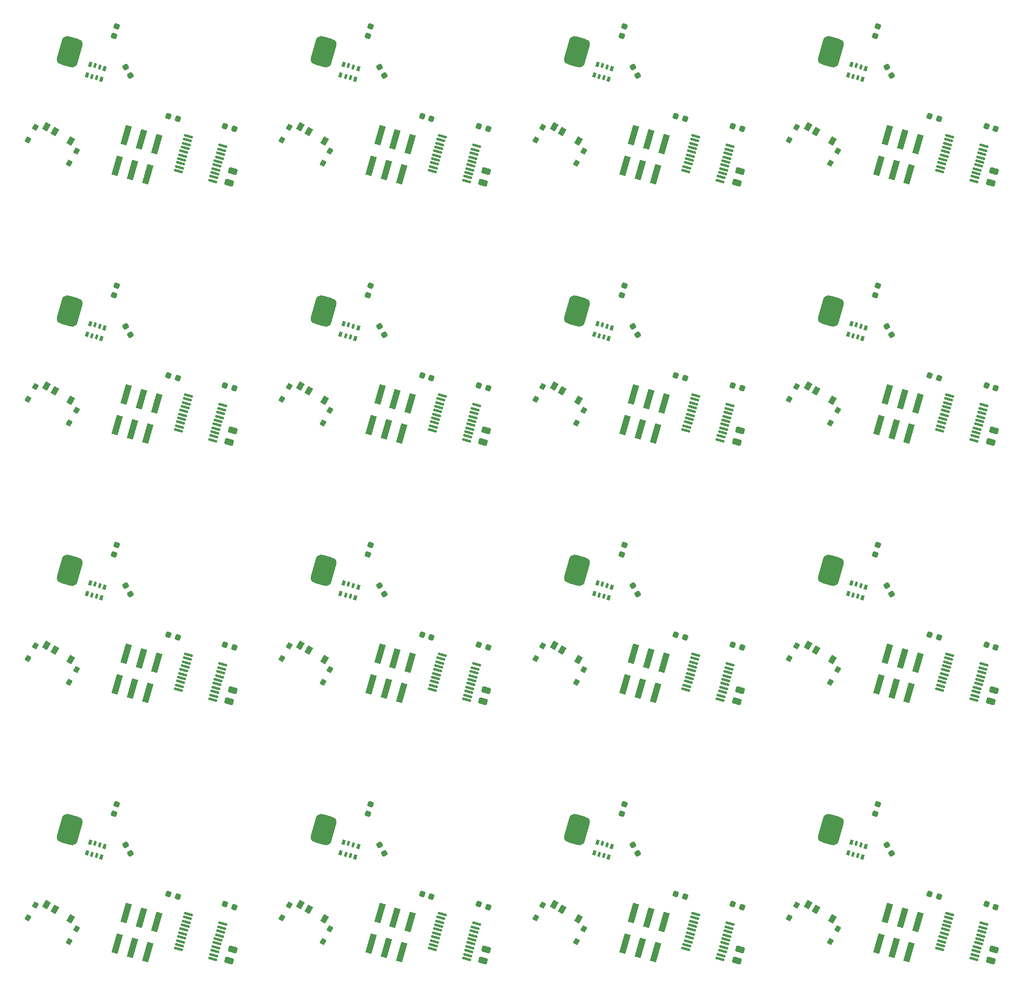
<source format=gbr>
%TF.GenerationSoftware,KiCad,Pcbnew,8.0.3*%
%TF.CreationDate,2024-07-16T13:25:19-05:00*%
%TF.ProjectId,DumpsterPanel,44756d70-7374-4657-9250-616e656c2e6b,rev?*%
%TF.SameCoordinates,Original*%
%TF.FileFunction,Paste,Bot*%
%TF.FilePolarity,Positive*%
%FSLAX46Y46*%
G04 Gerber Fmt 4.6, Leading zero omitted, Abs format (unit mm)*
G04 Created by KiCad (PCBNEW 8.0.3) date 2024-07-16 13:25:19*
%MOMM*%
%LPD*%
G01*
G04 APERTURE LIST*
G04 Aperture macros list*
%AMRoundRect*
0 Rectangle with rounded corners*
0 $1 Rounding radius*
0 $2 $3 $4 $5 $6 $7 $8 $9 X,Y pos of 4 corners*
0 Add a 4 corners polygon primitive as box body*
4,1,4,$2,$3,$4,$5,$6,$7,$8,$9,$2,$3,0*
0 Add four circle primitives for the rounded corners*
1,1,$1+$1,$2,$3*
1,1,$1+$1,$4,$5*
1,1,$1+$1,$6,$7*
1,1,$1+$1,$8,$9*
0 Add four rect primitives between the rounded corners*
20,1,$1+$1,$2,$3,$4,$5,0*
20,1,$1+$1,$4,$5,$6,$7,0*
20,1,$1+$1,$6,$7,$8,$9,0*
20,1,$1+$1,$8,$9,$2,$3,0*%
%AMRotRect*
0 Rectangle, with rotation*
0 The origin of the aperture is its center*
0 $1 length*
0 $2 width*
0 $3 Rotation angle, in degrees counterclockwise*
0 Add horizontal line*
21,1,$1,$2,0,0,$3*%
G04 Aperture macros list end*
%ADD10RotRect,0.800000X0.500000X254.000000*%
%ADD11RotRect,0.800000X0.400000X254.000000*%
%ADD12RoundRect,0.218750X-0.186028X0.280908X-0.306619X-0.139644X0.186028X-0.280908X0.306619X0.139644X0*%
%ADD13RoundRect,0.850000X0.403616X-1.676184X1.230528X1.207601X-0.403616X1.676184X-1.230528X-1.207601X0*%
%ADD14RotRect,0.900000X1.250000X330.000000*%
%ADD15RotRect,0.800000X0.900000X330.000000*%
%ADD16RoundRect,0.218750X-0.330173X0.067091X-0.118069X-0.315556X0.330173X-0.067091X0.118069X0.315556X0*%
%ADD17RoundRect,0.250000X-0.387690X0.371243X-0.525509X-0.109388X0.387690X-0.371243X0.525509X0.109388X0*%
%ADD18RoundRect,0.218750X-0.280908X-0.186028X0.139644X-0.306619X0.280908X0.186028X-0.139644X0.306619X0*%
%ADD19RoundRect,0.100000X0.640368X-0.079593X-0.585241X0.271845X-0.640368X0.079593X0.585241X-0.271845X0*%
%ADD20RotRect,3.150000X1.000000X254.000000*%
G04 APERTURE END LIST*
D10*
%TO.C,RN1*%
X200449608Y-170354528D03*
D11*
X201218617Y-170575038D03*
X201987626Y-170795547D03*
D10*
X202756636Y-171016057D03*
X202260488Y-172746328D03*
D11*
X201491479Y-172525818D03*
X200722470Y-172305309D03*
D10*
X199953460Y-172084799D03*
%TD*%
D12*
%TO.C,D1*%
X123335905Y-39559299D03*
X122901779Y-41073287D03*
%TD*%
D13*
%TO.C,J2*%
X115777214Y-126752786D03*
%TD*%
D14*
%TO.C,SW1*%
X193498249Y-180388525D03*
X194797287Y-181138525D03*
X197395363Y-182638525D03*
D15*
X190518409Y-182449758D03*
X191668409Y-180457900D03*
X197100203Y-186249758D03*
X198258863Y-184262899D03*
%TD*%
D16*
%TO.C,D4*%
X165442389Y-46066500D03*
X166205965Y-47444028D03*
%TD*%
D12*
%TO.C,D1*%
X204741049Y-81131858D03*
X204306923Y-82645846D03*
%TD*%
D14*
%TO.C,SW1*%
X112093105Y-138815966D03*
X113392143Y-139565966D03*
X115990219Y-141065966D03*
D15*
X109113265Y-140877199D03*
X110263265Y-138885341D03*
X115695059Y-144677199D03*
X116853719Y-142690340D03*
%TD*%
D17*
%TO.C,C2*%
X141898649Y-62801237D03*
X141374939Y-64627635D03*
%TD*%
D18*
%TO.C,D2*%
X181404469Y-97164659D03*
X182918457Y-97598785D03*
%TD*%
D10*
%TO.C,RN1*%
X200449608Y-45636851D03*
D11*
X201218617Y-45857361D03*
X201987626Y-46077870D03*
D10*
X202756636Y-46298380D03*
X202260488Y-48028651D03*
D11*
X201491479Y-47808141D03*
X200722470Y-47587632D03*
D10*
X199953460Y-47367122D03*
%TD*%
D19*
%TO.C,U2*%
X181023734Y-100306418D03*
X180844571Y-100931239D03*
X180665405Y-101556059D03*
X180486241Y-102180879D03*
X180307077Y-102805699D03*
X180127912Y-103430519D03*
X179948748Y-104055339D03*
X179769584Y-104680159D03*
X179590420Y-105304979D03*
X179411255Y-105929799D03*
X173908032Y-104351776D03*
X174087195Y-103726955D03*
X174266361Y-103102135D03*
X174445525Y-102477315D03*
X174624689Y-101852495D03*
X174803854Y-101227675D03*
X174983018Y-100602855D03*
X175162182Y-99978035D03*
X175341346Y-99353215D03*
X175520511Y-98728395D03*
%TD*%
D17*
%TO.C,C2*%
X141898649Y-187518914D03*
X141374939Y-189345312D03*
%TD*%
D19*
%TO.C,U2*%
X221726306Y-100306418D03*
X221547143Y-100931239D03*
X221367977Y-101556059D03*
X221188813Y-102180879D03*
X221009649Y-102805699D03*
X220830484Y-103430519D03*
X220651320Y-104055339D03*
X220472156Y-104680159D03*
X220292992Y-105304979D03*
X220113827Y-105929799D03*
X214610604Y-104351776D03*
X214789767Y-103726955D03*
X214968933Y-103102135D03*
X215148097Y-102477315D03*
X215327261Y-101852495D03*
X215506426Y-101227675D03*
X215685590Y-100602855D03*
X215864754Y-99978035D03*
X216043918Y-99353215D03*
X216223083Y-98728395D03*
%TD*%
D10*
%TO.C,RN1*%
X159747036Y-170354528D03*
D11*
X160516045Y-170575038D03*
X161285054Y-170795547D03*
D10*
X162054064Y-171016057D03*
X161557916Y-172746328D03*
D11*
X160788907Y-172525818D03*
X160019898Y-172305309D03*
D10*
X159250888Y-172084799D03*
%TD*%
D19*
%TO.C,U2*%
X140321162Y-100306418D03*
X140141999Y-100931239D03*
X139962833Y-101556059D03*
X139783669Y-102180879D03*
X139604505Y-102805699D03*
X139425340Y-103430519D03*
X139246176Y-104055339D03*
X139067012Y-104680159D03*
X138887848Y-105304979D03*
X138708683Y-105929799D03*
X133205460Y-104351776D03*
X133384623Y-103726955D03*
X133563789Y-103102135D03*
X133742953Y-102477315D03*
X133922117Y-101852495D03*
X134101282Y-101227675D03*
X134280446Y-100602855D03*
X134459610Y-99978035D03*
X134638774Y-99353215D03*
X134817939Y-98728395D03*
%TD*%
D14*
%TO.C,SW1*%
X71390533Y-97243407D03*
X72689571Y-97993407D03*
X75287647Y-99493407D03*
D15*
X68410693Y-99304640D03*
X69560693Y-97312782D03*
X74992487Y-103104640D03*
X76151147Y-101117781D03*
%TD*%
D14*
%TO.C,SW1*%
X112093105Y-55670848D03*
X113392143Y-56420848D03*
X115990219Y-57920848D03*
D15*
X109113265Y-57732081D03*
X110263265Y-55740223D03*
X115695059Y-61532081D03*
X116853719Y-59545222D03*
%TD*%
D17*
%TO.C,C2*%
X101196077Y-62801237D03*
X100672367Y-64627635D03*
%TD*%
D18*
%TO.C,D2*%
X181404469Y-138737218D03*
X182918457Y-139171344D03*
%TD*%
D13*
%TO.C,J2*%
X156479786Y-43607668D03*
%TD*%
D16*
%TO.C,D4*%
X206144961Y-129211618D03*
X206908537Y-130589146D03*
%TD*%
%TO.C,D4*%
X124739817Y-170784177D03*
X125503393Y-172161705D03*
%TD*%
D10*
%TO.C,RN1*%
X78341892Y-170354528D03*
D11*
X79110901Y-170575038D03*
X79879910Y-170795547D03*
D10*
X80648920Y-171016057D03*
X80152772Y-172746328D03*
D11*
X79383763Y-172525818D03*
X78614754Y-172305309D03*
D10*
X77845744Y-172084799D03*
%TD*%
%TO.C,RN1*%
X119044464Y-87209410D03*
D11*
X119813473Y-87429920D03*
X120582482Y-87650429D03*
D10*
X121351492Y-87870939D03*
X120855344Y-89601210D03*
D11*
X120086335Y-89380700D03*
X119317326Y-89160191D03*
D10*
X118548316Y-88939681D03*
%TD*%
D17*
%TO.C,C2*%
X182601221Y-62801237D03*
X182077511Y-64627635D03*
%TD*%
D13*
%TO.C,J2*%
X197182358Y-43607668D03*
%TD*%
D16*
%TO.C,D4*%
X84037245Y-46066500D03*
X84800821Y-47444028D03*
%TD*%
D19*
%TO.C,U2*%
X140321162Y-141878977D03*
X140141999Y-142503798D03*
X139962833Y-143128618D03*
X139783669Y-143753438D03*
X139604505Y-144378258D03*
X139425340Y-145003078D03*
X139246176Y-145627898D03*
X139067012Y-146252718D03*
X138887848Y-146877538D03*
X138708683Y-147502358D03*
X133205460Y-145924335D03*
X133384623Y-145299514D03*
X133563789Y-144674694D03*
X133742953Y-144049874D03*
X133922117Y-143425054D03*
X134101282Y-142800234D03*
X134280446Y-142175414D03*
X134459610Y-141550594D03*
X134638774Y-140925774D03*
X134817939Y-140300954D03*
%TD*%
D10*
%TO.C,RN1*%
X159747036Y-128781969D03*
D11*
X160516045Y-129002479D03*
X161285054Y-129222988D03*
D10*
X162054064Y-129443498D03*
X161557916Y-131173769D03*
D11*
X160788907Y-130953259D03*
X160019898Y-130732750D03*
D10*
X159250888Y-130512240D03*
%TD*%
D14*
%TO.C,SW1*%
X71390533Y-180388525D03*
X72689571Y-181138525D03*
X75287647Y-182638525D03*
D15*
X68410693Y-182449758D03*
X69560693Y-180457900D03*
X74992487Y-186249758D03*
X76151147Y-184262899D03*
%TD*%
D17*
%TO.C,C2*%
X223303793Y-62801237D03*
X222780083Y-64627635D03*
%TD*%
D16*
%TO.C,D4*%
X206144961Y-87639059D03*
X206908537Y-89016587D03*
%TD*%
D17*
%TO.C,C2*%
X101196077Y-145946355D03*
X100672367Y-147772753D03*
%TD*%
D19*
%TO.C,U2*%
X181023734Y-58733859D03*
X180844571Y-59358680D03*
X180665405Y-59983500D03*
X180486241Y-60608320D03*
X180307077Y-61233140D03*
X180127912Y-61857960D03*
X179948748Y-62482780D03*
X179769584Y-63107600D03*
X179590420Y-63732420D03*
X179411255Y-64357240D03*
X173908032Y-62779217D03*
X174087195Y-62154396D03*
X174266361Y-61529576D03*
X174445525Y-60904756D03*
X174624689Y-60279936D03*
X174803854Y-59655116D03*
X174983018Y-59030296D03*
X175162182Y-58405476D03*
X175341346Y-57780656D03*
X175520511Y-57155836D03*
%TD*%
D13*
%TO.C,J2*%
X197182358Y-168325345D03*
%TD*%
D10*
%TO.C,RN1*%
X119044464Y-170354528D03*
D11*
X119813473Y-170575038D03*
X120582482Y-170795547D03*
D10*
X121351492Y-171016057D03*
X120855344Y-172746328D03*
D11*
X120086335Y-172525818D03*
X119317326Y-172305309D03*
D10*
X118548316Y-172084799D03*
%TD*%
D20*
%TO.C,J1*%
X165532803Y-140167810D03*
X164140834Y-145022182D03*
X167974407Y-140867929D03*
X166582439Y-145722301D03*
X170416012Y-141568048D03*
X169024043Y-146422420D03*
%TD*%
D10*
%TO.C,RN1*%
X78341892Y-128781969D03*
D11*
X79110901Y-129002479D03*
X79879910Y-129222988D03*
D10*
X80648920Y-129443498D03*
X80152772Y-131173769D03*
D11*
X79383763Y-130953259D03*
X78614754Y-130732750D03*
D10*
X77845744Y-130512240D03*
%TD*%
D18*
%TO.C,D3*%
X90895628Y-178635603D03*
X92409616Y-179069729D03*
%TD*%
D12*
%TO.C,D1*%
X82633333Y-39559299D03*
X82199207Y-41073287D03*
%TD*%
%TO.C,D1*%
X204741049Y-122704417D03*
X204306923Y-124218405D03*
%TD*%
D16*
%TO.C,D4*%
X165442389Y-129211618D03*
X166205965Y-130589146D03*
%TD*%
D14*
%TO.C,SW1*%
X152795677Y-180388525D03*
X154094715Y-181138525D03*
X156692791Y-182638525D03*
D15*
X149815837Y-182449758D03*
X150965837Y-180457900D03*
X156397631Y-186249758D03*
X157556291Y-184262899D03*
%TD*%
D13*
%TO.C,J2*%
X75074642Y-126752786D03*
%TD*%
D20*
%TO.C,J1*%
X84127659Y-140167810D03*
X82735690Y-145022182D03*
X86569263Y-140867929D03*
X85177295Y-145722301D03*
X89010868Y-141568048D03*
X87618899Y-146422420D03*
%TD*%
D13*
%TO.C,J2*%
X75074642Y-43607668D03*
%TD*%
D20*
%TO.C,J1*%
X124830231Y-140167810D03*
X123438262Y-145022182D03*
X127271835Y-140867929D03*
X125879867Y-145722301D03*
X129713440Y-141568048D03*
X128321471Y-146422420D03*
%TD*%
D19*
%TO.C,U2*%
X140321162Y-58733859D03*
X140141999Y-59358680D03*
X139962833Y-59983500D03*
X139783669Y-60608320D03*
X139604505Y-61233140D03*
X139425340Y-61857960D03*
X139246176Y-62482780D03*
X139067012Y-63107600D03*
X138887848Y-63732420D03*
X138708683Y-64357240D03*
X133205460Y-62779217D03*
X133384623Y-62154396D03*
X133563789Y-61529576D03*
X133742953Y-60904756D03*
X133922117Y-60279936D03*
X134101282Y-59655116D03*
X134280446Y-59030296D03*
X134459610Y-58405476D03*
X134638774Y-57780656D03*
X134817939Y-57155836D03*
%TD*%
%TO.C,U2*%
X181023734Y-141878977D03*
X180844571Y-142503798D03*
X180665405Y-143128618D03*
X180486241Y-143753438D03*
X180307077Y-144378258D03*
X180127912Y-145003078D03*
X179948748Y-145627898D03*
X179769584Y-146252718D03*
X179590420Y-146877538D03*
X179411255Y-147502358D03*
X173908032Y-145924335D03*
X174087195Y-145299514D03*
X174266361Y-144674694D03*
X174445525Y-144049874D03*
X174624689Y-143425054D03*
X174803854Y-142800234D03*
X174983018Y-142175414D03*
X175162182Y-141550594D03*
X175341346Y-140925774D03*
X175520511Y-140300954D03*
%TD*%
D18*
%TO.C,D3*%
X172300772Y-178635603D03*
X173814760Y-179069729D03*
%TD*%
D10*
%TO.C,RN1*%
X159747036Y-45636851D03*
D11*
X160516045Y-45857361D03*
X161285054Y-46077870D03*
D10*
X162054064Y-46298380D03*
X161557916Y-48028651D03*
D11*
X160788907Y-47808141D03*
X160019898Y-47587632D03*
D10*
X159250888Y-47367122D03*
%TD*%
D12*
%TO.C,D1*%
X82633333Y-81131858D03*
X82199207Y-82645846D03*
%TD*%
D18*
%TO.C,D2*%
X140701897Y-180309777D03*
X142215885Y-180743903D03*
%TD*%
%TO.C,D2*%
X222107041Y-97164659D03*
X223621029Y-97598785D03*
%TD*%
D12*
%TO.C,D1*%
X123335905Y-81131858D03*
X122901779Y-82645846D03*
%TD*%
D16*
%TO.C,D4*%
X124739817Y-129211618D03*
X125503393Y-130589146D03*
%TD*%
D19*
%TO.C,U2*%
X140321162Y-183451536D03*
X140141999Y-184076357D03*
X139962833Y-184701177D03*
X139783669Y-185325997D03*
X139604505Y-185950817D03*
X139425340Y-186575637D03*
X139246176Y-187200457D03*
X139067012Y-187825277D03*
X138887848Y-188450097D03*
X138708683Y-189074917D03*
X133205460Y-187496894D03*
X133384623Y-186872073D03*
X133563789Y-186247253D03*
X133742953Y-185622433D03*
X133922117Y-184997613D03*
X134101282Y-184372793D03*
X134280446Y-183747973D03*
X134459610Y-183123153D03*
X134638774Y-182498333D03*
X134817939Y-181873513D03*
%TD*%
D20*
%TO.C,J1*%
X165532803Y-181740369D03*
X164140834Y-186594741D03*
X167974407Y-182440488D03*
X166582439Y-187294860D03*
X170416012Y-183140607D03*
X169024043Y-187994979D03*
%TD*%
D18*
%TO.C,D3*%
X131598200Y-53917926D03*
X133112188Y-54352052D03*
%TD*%
D17*
%TO.C,C2*%
X223303793Y-187518914D03*
X222780083Y-189345312D03*
%TD*%
D10*
%TO.C,RN1*%
X119044464Y-45636851D03*
D11*
X119813473Y-45857361D03*
X120582482Y-46077870D03*
D10*
X121351492Y-46298380D03*
X120855344Y-48028651D03*
D11*
X120086335Y-47808141D03*
X119317326Y-47587632D03*
D10*
X118548316Y-47367122D03*
%TD*%
D19*
%TO.C,U2*%
X99618590Y-58733859D03*
X99439427Y-59358680D03*
X99260261Y-59983500D03*
X99081097Y-60608320D03*
X98901933Y-61233140D03*
X98722768Y-61857960D03*
X98543604Y-62482780D03*
X98364440Y-63107600D03*
X98185276Y-63732420D03*
X98006111Y-64357240D03*
X92502888Y-62779217D03*
X92682051Y-62154396D03*
X92861217Y-61529576D03*
X93040381Y-60904756D03*
X93219545Y-60279936D03*
X93398710Y-59655116D03*
X93577874Y-59030296D03*
X93757038Y-58405476D03*
X93936202Y-57780656D03*
X94115367Y-57155836D03*
%TD*%
D12*
%TO.C,D1*%
X82633333Y-164276976D03*
X82199207Y-165790964D03*
%TD*%
D14*
%TO.C,SW1*%
X71390533Y-55670848D03*
X72689571Y-56420848D03*
X75287647Y-57920848D03*
D15*
X68410693Y-57732081D03*
X69560693Y-55740223D03*
X74992487Y-61532081D03*
X76151147Y-59545222D03*
%TD*%
D14*
%TO.C,SW1*%
X71390533Y-138815966D03*
X72689571Y-139565966D03*
X75287647Y-141065966D03*
D15*
X68410693Y-140877199D03*
X69560693Y-138885341D03*
X74992487Y-144677199D03*
X76151147Y-142690340D03*
%TD*%
D16*
%TO.C,D4*%
X84037245Y-87639059D03*
X84800821Y-89016587D03*
%TD*%
D14*
%TO.C,SW1*%
X152795677Y-97243407D03*
X154094715Y-97993407D03*
X156692791Y-99493407D03*
D15*
X149815837Y-99304640D03*
X150965837Y-97312782D03*
X156397631Y-103104640D03*
X157556291Y-101117781D03*
%TD*%
D20*
%TO.C,J1*%
X124830231Y-57022692D03*
X123438262Y-61877064D03*
X127271835Y-57722811D03*
X125879867Y-62577183D03*
X129713440Y-58422930D03*
X128321471Y-63277302D03*
%TD*%
%TO.C,J1*%
X165532803Y-57022692D03*
X164140834Y-61877064D03*
X167974407Y-57722811D03*
X166582439Y-62577183D03*
X170416012Y-58422930D03*
X169024043Y-63277302D03*
%TD*%
D18*
%TO.C,D2*%
X99999325Y-55592100D03*
X101513313Y-56026226D03*
%TD*%
D12*
%TO.C,D1*%
X82633333Y-122704417D03*
X82199207Y-124218405D03*
%TD*%
D18*
%TO.C,D3*%
X172300772Y-53917926D03*
X173814760Y-54352052D03*
%TD*%
%TO.C,D3*%
X213003344Y-53917926D03*
X214517332Y-54352052D03*
%TD*%
D10*
%TO.C,RN1*%
X78341892Y-45636851D03*
D11*
X79110901Y-45857361D03*
X79879910Y-46077870D03*
D10*
X80648920Y-46298380D03*
X80152772Y-48028651D03*
D11*
X79383763Y-47808141D03*
X78614754Y-47587632D03*
D10*
X77845744Y-47367122D03*
%TD*%
D20*
%TO.C,J1*%
X206235375Y-140167810D03*
X204843406Y-145022182D03*
X208676979Y-140867929D03*
X207285011Y-145722301D03*
X211118584Y-141568048D03*
X209726615Y-146422420D03*
%TD*%
%TO.C,J1*%
X206235375Y-57022692D03*
X204843406Y-61877064D03*
X208676979Y-57722811D03*
X207285011Y-62577183D03*
X211118584Y-58422930D03*
X209726615Y-63277302D03*
%TD*%
D18*
%TO.C,D2*%
X140701897Y-97164659D03*
X142215885Y-97598785D03*
%TD*%
%TO.C,D2*%
X99999325Y-138737218D03*
X101513313Y-139171344D03*
%TD*%
D20*
%TO.C,J1*%
X124830231Y-181740369D03*
X123438262Y-186594741D03*
X127271835Y-182440488D03*
X125879867Y-187294860D03*
X129713440Y-183140607D03*
X128321471Y-187994979D03*
%TD*%
D18*
%TO.C,D3*%
X213003344Y-178635603D03*
X214517332Y-179069729D03*
%TD*%
D13*
%TO.C,J2*%
X115777214Y-85180227D03*
%TD*%
D18*
%TO.C,D2*%
X99999325Y-97164659D03*
X101513313Y-97598785D03*
%TD*%
D17*
%TO.C,C2*%
X223303793Y-145946355D03*
X222780083Y-147772753D03*
%TD*%
D18*
%TO.C,D3*%
X172300772Y-95490485D03*
X173814760Y-95924611D03*
%TD*%
%TO.C,D3*%
X90895628Y-53917926D03*
X92409616Y-54352052D03*
%TD*%
D17*
%TO.C,C2*%
X101196077Y-187518914D03*
X100672367Y-189345312D03*
%TD*%
D14*
%TO.C,SW1*%
X152795677Y-138815966D03*
X154094715Y-139565966D03*
X156692791Y-141065966D03*
D15*
X149815837Y-140877199D03*
X150965837Y-138885341D03*
X156397631Y-144677199D03*
X157556291Y-142690340D03*
%TD*%
D18*
%TO.C,D3*%
X213003344Y-95490485D03*
X214517332Y-95924611D03*
%TD*%
D12*
%TO.C,D1*%
X164038477Y-122704417D03*
X163604351Y-124218405D03*
%TD*%
D19*
%TO.C,U2*%
X221726306Y-141878977D03*
X221547143Y-142503798D03*
X221367977Y-143128618D03*
X221188813Y-143753438D03*
X221009649Y-144378258D03*
X220830484Y-145003078D03*
X220651320Y-145627898D03*
X220472156Y-146252718D03*
X220292992Y-146877538D03*
X220113827Y-147502358D03*
X214610604Y-145924335D03*
X214789767Y-145299514D03*
X214968933Y-144674694D03*
X215148097Y-144049874D03*
X215327261Y-143425054D03*
X215506426Y-142800234D03*
X215685590Y-142175414D03*
X215864754Y-141550594D03*
X216043918Y-140925774D03*
X216223083Y-140300954D03*
%TD*%
D18*
%TO.C,D3*%
X131598200Y-95490485D03*
X133112188Y-95924611D03*
%TD*%
D13*
%TO.C,J2*%
X75074642Y-168325345D03*
%TD*%
D20*
%TO.C,J1*%
X165532803Y-98595251D03*
X164140834Y-103449623D03*
X167974407Y-99295370D03*
X166582439Y-104149742D03*
X170416012Y-99995489D03*
X169024043Y-104849861D03*
%TD*%
D18*
%TO.C,D3*%
X131598200Y-178635603D03*
X133112188Y-179069729D03*
%TD*%
D13*
%TO.C,J2*%
X197182358Y-85180227D03*
%TD*%
D16*
%TO.C,D4*%
X165442389Y-170784177D03*
X166205965Y-172161705D03*
%TD*%
D13*
%TO.C,J2*%
X197182358Y-126752786D03*
%TD*%
D14*
%TO.C,SW1*%
X193498249Y-55670848D03*
X194797287Y-56420848D03*
X197395363Y-57920848D03*
D15*
X190518409Y-57732081D03*
X191668409Y-55740223D03*
X197100203Y-61532081D03*
X198258863Y-59545222D03*
%TD*%
D13*
%TO.C,J2*%
X156479786Y-126752786D03*
%TD*%
D19*
%TO.C,U2*%
X99618590Y-183451536D03*
X99439427Y-184076357D03*
X99260261Y-184701177D03*
X99081097Y-185325997D03*
X98901933Y-185950817D03*
X98722768Y-186575637D03*
X98543604Y-187200457D03*
X98364440Y-187825277D03*
X98185276Y-188450097D03*
X98006111Y-189074917D03*
X92502888Y-187496894D03*
X92682051Y-186872073D03*
X92861217Y-186247253D03*
X93040381Y-185622433D03*
X93219545Y-184997613D03*
X93398710Y-184372793D03*
X93577874Y-183747973D03*
X93757038Y-183123153D03*
X93936202Y-182498333D03*
X94115367Y-181873513D03*
%TD*%
D17*
%TO.C,C2*%
X182601221Y-145946355D03*
X182077511Y-147772753D03*
%TD*%
D16*
%TO.C,D4*%
X124739817Y-46066500D03*
X125503393Y-47444028D03*
%TD*%
%TO.C,D4*%
X84037245Y-129211618D03*
X84800821Y-130589146D03*
%TD*%
D10*
%TO.C,RN1*%
X119044464Y-128781969D03*
D11*
X119813473Y-129002479D03*
X120582482Y-129222988D03*
D10*
X121351492Y-129443498D03*
X120855344Y-131173769D03*
D11*
X120086335Y-130953259D03*
X119317326Y-130732750D03*
D10*
X118548316Y-130512240D03*
%TD*%
D19*
%TO.C,U2*%
X99618590Y-141878977D03*
X99439427Y-142503798D03*
X99260261Y-143128618D03*
X99081097Y-143753438D03*
X98901933Y-144378258D03*
X98722768Y-145003078D03*
X98543604Y-145627898D03*
X98364440Y-146252718D03*
X98185276Y-146877538D03*
X98006111Y-147502358D03*
X92502888Y-145924335D03*
X92682051Y-145299514D03*
X92861217Y-144674694D03*
X93040381Y-144049874D03*
X93219545Y-143425054D03*
X93398710Y-142800234D03*
X93577874Y-142175414D03*
X93757038Y-141550594D03*
X93936202Y-140925774D03*
X94115367Y-140300954D03*
%TD*%
D14*
%TO.C,SW1*%
X193498249Y-138815966D03*
X194797287Y-139565966D03*
X197395363Y-141065966D03*
D15*
X190518409Y-140877199D03*
X191668409Y-138885341D03*
X197100203Y-144677199D03*
X198258863Y-142690340D03*
%TD*%
D18*
%TO.C,D2*%
X181404469Y-180309777D03*
X182918457Y-180743903D03*
%TD*%
D10*
%TO.C,RN1*%
X200449608Y-87209410D03*
D11*
X201218617Y-87429920D03*
X201987626Y-87650429D03*
D10*
X202756636Y-87870939D03*
X202260488Y-89601210D03*
D11*
X201491479Y-89380700D03*
X200722470Y-89160191D03*
D10*
X199953460Y-88939681D03*
%TD*%
D14*
%TO.C,SW1*%
X152795677Y-55670848D03*
X154094715Y-56420848D03*
X156692791Y-57920848D03*
D15*
X149815837Y-57732081D03*
X150965837Y-55740223D03*
X156397631Y-61532081D03*
X157556291Y-59545222D03*
%TD*%
D12*
%TO.C,D1*%
X123335905Y-164276976D03*
X122901779Y-165790964D03*
%TD*%
D16*
%TO.C,D4*%
X84037245Y-170784177D03*
X84800821Y-172161705D03*
%TD*%
D18*
%TO.C,D2*%
X140701897Y-55592100D03*
X142215885Y-56026226D03*
%TD*%
D20*
%TO.C,J1*%
X206235375Y-98595251D03*
X204843406Y-103449623D03*
X208676979Y-99295370D03*
X207285011Y-104149742D03*
X211118584Y-99995489D03*
X209726615Y-104849861D03*
%TD*%
%TO.C,J1*%
X84127659Y-98595251D03*
X82735690Y-103449623D03*
X86569263Y-99295370D03*
X85177295Y-104149742D03*
X89010868Y-99995489D03*
X87618899Y-104849861D03*
%TD*%
D10*
%TO.C,RN1*%
X159747036Y-87209410D03*
D11*
X160516045Y-87429920D03*
X161285054Y-87650429D03*
D10*
X162054064Y-87870939D03*
X161557916Y-89601210D03*
D11*
X160788907Y-89380700D03*
X160019898Y-89160191D03*
D10*
X159250888Y-88939681D03*
%TD*%
D12*
%TO.C,D1*%
X164038477Y-39559299D03*
X163604351Y-41073287D03*
%TD*%
D16*
%TO.C,D4*%
X124739817Y-87639059D03*
X125503393Y-89016587D03*
%TD*%
D20*
%TO.C,J1*%
X84127659Y-181740369D03*
X82735690Y-186594741D03*
X86569263Y-182440488D03*
X85177295Y-187294860D03*
X89010868Y-183140607D03*
X87618899Y-187994979D03*
%TD*%
%TO.C,J1*%
X206235375Y-181740369D03*
X204843406Y-186594741D03*
X208676979Y-182440488D03*
X207285011Y-187294860D03*
X211118584Y-183140607D03*
X209726615Y-187994979D03*
%TD*%
D16*
%TO.C,D4*%
X206144961Y-170784177D03*
X206908537Y-172161705D03*
%TD*%
D13*
%TO.C,J2*%
X75074642Y-85180227D03*
%TD*%
D12*
%TO.C,D1*%
X164038477Y-164276976D03*
X163604351Y-165790964D03*
%TD*%
D16*
%TO.C,D4*%
X165442389Y-87639059D03*
X166205965Y-89016587D03*
%TD*%
D18*
%TO.C,D3*%
X90895628Y-137063044D03*
X92409616Y-137497170D03*
%TD*%
D19*
%TO.C,U2*%
X99618590Y-100306418D03*
X99439427Y-100931239D03*
X99260261Y-101556059D03*
X99081097Y-102180879D03*
X98901933Y-102805699D03*
X98722768Y-103430519D03*
X98543604Y-104055339D03*
X98364440Y-104680159D03*
X98185276Y-105304979D03*
X98006111Y-105929799D03*
X92502888Y-104351776D03*
X92682051Y-103726955D03*
X92861217Y-103102135D03*
X93040381Y-102477315D03*
X93219545Y-101852495D03*
X93398710Y-101227675D03*
X93577874Y-100602855D03*
X93757038Y-99978035D03*
X93936202Y-99353215D03*
X94115367Y-98728395D03*
%TD*%
D18*
%TO.C,D2*%
X222107041Y-55592100D03*
X223621029Y-56026226D03*
%TD*%
D13*
%TO.C,J2*%
X156479786Y-168325345D03*
%TD*%
D17*
%TO.C,C2*%
X182601221Y-187518914D03*
X182077511Y-189345312D03*
%TD*%
D13*
%TO.C,J2*%
X115777214Y-43607668D03*
%TD*%
D17*
%TO.C,C2*%
X141898649Y-104373796D03*
X141374939Y-106200194D03*
%TD*%
D13*
%TO.C,J2*%
X115777214Y-168325345D03*
%TD*%
D17*
%TO.C,C2*%
X223303793Y-104373796D03*
X222780083Y-106200194D03*
%TD*%
D12*
%TO.C,D1*%
X204741049Y-39559299D03*
X204306923Y-41073287D03*
%TD*%
D17*
%TO.C,C2*%
X182601221Y-104373796D03*
X182077511Y-106200194D03*
%TD*%
D19*
%TO.C,U2*%
X221726306Y-58733859D03*
X221547143Y-59358680D03*
X221367977Y-59983500D03*
X221188813Y-60608320D03*
X221009649Y-61233140D03*
X220830484Y-61857960D03*
X220651320Y-62482780D03*
X220472156Y-63107600D03*
X220292992Y-63732420D03*
X220113827Y-64357240D03*
X214610604Y-62779217D03*
X214789767Y-62154396D03*
X214968933Y-61529576D03*
X215148097Y-60904756D03*
X215327261Y-60279936D03*
X215506426Y-59655116D03*
X215685590Y-59030296D03*
X215864754Y-58405476D03*
X216043918Y-57780656D03*
X216223083Y-57155836D03*
%TD*%
D18*
%TO.C,D2*%
X222107041Y-180309777D03*
X223621029Y-180743903D03*
%TD*%
%TO.C,D3*%
X213003344Y-137063044D03*
X214517332Y-137497170D03*
%TD*%
%TO.C,D3*%
X131598200Y-137063044D03*
X133112188Y-137497170D03*
%TD*%
D14*
%TO.C,SW1*%
X112093105Y-180388525D03*
X113392143Y-181138525D03*
X115990219Y-182638525D03*
D15*
X109113265Y-182449758D03*
X110263265Y-180457900D03*
X115695059Y-186249758D03*
X116853719Y-184262899D03*
%TD*%
D12*
%TO.C,D1*%
X204741049Y-164276976D03*
X204306923Y-165790964D03*
%TD*%
D17*
%TO.C,C2*%
X141898649Y-145946355D03*
X141374939Y-147772753D03*
%TD*%
D12*
%TO.C,D1*%
X164038477Y-81131858D03*
X163604351Y-82645846D03*
%TD*%
D18*
%TO.C,D2*%
X140701897Y-138737218D03*
X142215885Y-139171344D03*
%TD*%
D10*
%TO.C,RN1*%
X78341892Y-87209410D03*
D11*
X79110901Y-87429920D03*
X79879910Y-87650429D03*
D10*
X80648920Y-87870939D03*
X80152772Y-89601210D03*
D11*
X79383763Y-89380700D03*
X78614754Y-89160191D03*
D10*
X77845744Y-88939681D03*
%TD*%
D20*
%TO.C,J1*%
X124830231Y-98595251D03*
X123438262Y-103449623D03*
X127271835Y-99295370D03*
X125879867Y-104149742D03*
X129713440Y-99995489D03*
X128321471Y-104849861D03*
%TD*%
D18*
%TO.C,D2*%
X181404469Y-55592100D03*
X182918457Y-56026226D03*
%TD*%
D19*
%TO.C,U2*%
X181023734Y-183451536D03*
X180844571Y-184076357D03*
X180665405Y-184701177D03*
X180486241Y-185325997D03*
X180307077Y-185950817D03*
X180127912Y-186575637D03*
X179948748Y-187200457D03*
X179769584Y-187825277D03*
X179590420Y-188450097D03*
X179411255Y-189074917D03*
X173908032Y-187496894D03*
X174087195Y-186872073D03*
X174266361Y-186247253D03*
X174445525Y-185622433D03*
X174624689Y-184997613D03*
X174803854Y-184372793D03*
X174983018Y-183747973D03*
X175162182Y-183123153D03*
X175341346Y-182498333D03*
X175520511Y-181873513D03*
%TD*%
D17*
%TO.C,C2*%
X101196077Y-104373796D03*
X100672367Y-106200194D03*
%TD*%
D19*
%TO.C,U2*%
X221726306Y-183451536D03*
X221547143Y-184076357D03*
X221367977Y-184701177D03*
X221188813Y-185325997D03*
X221009649Y-185950817D03*
X220830484Y-186575637D03*
X220651320Y-187200457D03*
X220472156Y-187825277D03*
X220292992Y-188450097D03*
X220113827Y-189074917D03*
X214610604Y-187496894D03*
X214789767Y-186872073D03*
X214968933Y-186247253D03*
X215148097Y-185622433D03*
X215327261Y-184997613D03*
X215506426Y-184372793D03*
X215685590Y-183747973D03*
X215864754Y-183123153D03*
X216043918Y-182498333D03*
X216223083Y-181873513D03*
%TD*%
D14*
%TO.C,SW1*%
X112093105Y-97243407D03*
X113392143Y-97993407D03*
X115990219Y-99493407D03*
D15*
X109113265Y-99304640D03*
X110263265Y-97312782D03*
X115695059Y-103104640D03*
X116853719Y-101117781D03*
%TD*%
D16*
%TO.C,D4*%
X206144961Y-46066500D03*
X206908537Y-47444028D03*
%TD*%
D14*
%TO.C,SW1*%
X193498249Y-97243407D03*
X194797287Y-97993407D03*
X197395363Y-99493407D03*
D15*
X190518409Y-99304640D03*
X191668409Y-97312782D03*
X197100203Y-103104640D03*
X198258863Y-101117781D03*
%TD*%
D12*
%TO.C,D1*%
X123335905Y-122704417D03*
X122901779Y-124218405D03*
%TD*%
D18*
%TO.C,D2*%
X99999325Y-180309777D03*
X101513313Y-180743903D03*
%TD*%
%TO.C,D3*%
X172300772Y-137063044D03*
X173814760Y-137497170D03*
%TD*%
D10*
%TO.C,RN1*%
X200449608Y-128781969D03*
D11*
X201218617Y-129002479D03*
X201987626Y-129222988D03*
D10*
X202756636Y-129443498D03*
X202260488Y-131173769D03*
D11*
X201491479Y-130953259D03*
X200722470Y-130732750D03*
D10*
X199953460Y-130512240D03*
%TD*%
D18*
%TO.C,D3*%
X90895628Y-95490485D03*
X92409616Y-95924611D03*
%TD*%
%TO.C,D2*%
X222107041Y-138737218D03*
X223621029Y-139171344D03*
%TD*%
D13*
%TO.C,J2*%
X156479786Y-85180227D03*
%TD*%
D20*
%TO.C,J1*%
X84127659Y-57022692D03*
X82735690Y-61877064D03*
X86569263Y-57722811D03*
X85177295Y-62577183D03*
X89010868Y-58422930D03*
X87618899Y-63277302D03*
%TD*%
M02*

</source>
